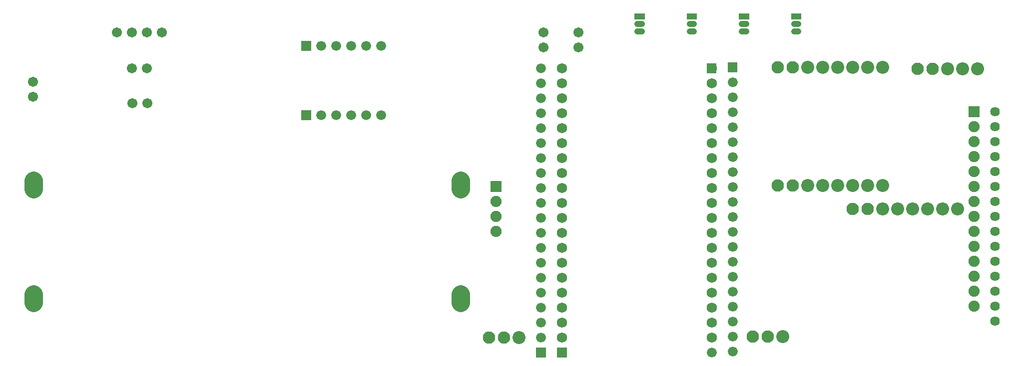
<source format=gbs>
G04 Layer: BottomSolderMaskLayer*
G04 EasyEDA v6.5.9, 2022-08-06 01:21:30*
G04 bc8d98b3e954460ba80fd4d649655d9a,c09117847ad249c1abd8b20aa127d3a4,10*
G04 Gerber Generator version 0.2*
G04 Scale: 100 percent, Rotated: No, Reflected: No *
G04 Dimensions in millimeters *
G04 leading zeros omitted , absolute positions ,4 integer and 5 decimal *
%FSLAX45Y45*%
%MOMM*%

%ADD10C,3.1000*%
%ADD11C,1.0016*%
%ADD12C,1.9016*%
%ADD13C,2.1016*%
%ADD14C,2.2032*%
%ADD15C,1.6764*%
%ADD16R,1.6764X1.6764*%
%ADD17C,1.7032*%
%ADD18C,1.6256*%
%ADD19C,1.7272*%
%ADD20C,0.0146*%

%LPD*%
D10*
X8596909Y3981396D02*
G01*
X8596909Y3841396D01*
X8596909Y2051403D02*
G01*
X8596909Y1911403D01*
X1359890Y3981396D02*
G01*
X1359890Y3841396D01*
X1359890Y2051403D02*
G01*
X1359890Y1911403D01*
X8596909Y1911403D02*
G01*
X8596909Y2051403D01*
X8596909Y3841396D02*
G01*
X8596909Y3981396D01*
X1359890Y1911403D02*
G01*
X1359890Y2051403D01*
X1359890Y3841396D02*
G01*
X1359890Y3981396D01*
D11*
X11668201Y6515100D02*
G01*
X11598201Y6515100D01*
X11668201Y6642100D02*
G01*
X11598201Y6642100D01*
X12552959Y6515100D02*
G01*
X12482956Y6515100D01*
X12552959Y6642100D02*
G01*
X12482956Y6642100D01*
X13437743Y6515100D02*
G01*
X13367743Y6515100D01*
X13437743Y6642100D02*
G01*
X13367743Y6642100D01*
X14322501Y6515100D02*
G01*
X14252501Y6515100D01*
X14322501Y6642100D02*
G01*
X14252501Y6642100D01*
D12*
G01*
X17300575Y1849373D03*
G01*
X17300575Y2103373D03*
G01*
X17300575Y2357373D03*
G01*
X17300575Y2611373D03*
G01*
X17300575Y2865373D03*
G01*
X17300575Y3119373D03*
G01*
X17300575Y3373373D03*
G01*
X17300575Y3627120D03*
G01*
X17300575Y3881120D03*
G01*
X17300575Y4135120D03*
G01*
X17300575Y4389120D03*
G01*
X17300575Y4643120D03*
G01*
X17300575Y4897120D03*
G36*
X17205198Y5055870D02*
G01*
X17205198Y5246115D01*
X17395443Y5246115D01*
X17395443Y5055870D01*
G37*
G01*
X9200261Y3119373D03*
G01*
X9200261Y3373373D03*
G01*
X9200261Y3627120D03*
G36*
X9105138Y3786123D02*
G01*
X9105138Y3976115D01*
X9295384Y3976115D01*
X9295384Y3786123D01*
G37*
D13*
G01*
X15240000Y3499993D03*
G01*
X15494000Y3499993D03*
D14*
G01*
X15748000Y3499993D03*
G01*
X16002000Y3499993D03*
G01*
X16256000Y3499993D03*
G01*
X16510000Y3499993D03*
G01*
X16764000Y3499993D03*
G01*
X17018000Y3499993D03*
D15*
G01*
X10312400Y5892800D03*
G01*
X10312400Y5638800D03*
G01*
X10312400Y5384800D03*
G01*
X10312400Y5130800D03*
G01*
X10312400Y4876800D03*
G01*
X10312400Y4622800D03*
G01*
X10312400Y4368800D03*
G01*
X10312400Y4114800D03*
G01*
X10312400Y3860800D03*
G01*
X10312400Y3606800D03*
G01*
X10312400Y3352800D03*
G01*
X10312400Y3098800D03*
G01*
X10312400Y2844800D03*
G01*
X10312400Y2590800D03*
G01*
X10312400Y2336800D03*
G01*
X10312400Y2082800D03*
G01*
X10312400Y1828800D03*
G01*
X10312400Y1574800D03*
G01*
X10312400Y1320800D03*
D16*
G01*
X10312400Y1066800D03*
D15*
G01*
X9956800Y5892800D03*
G01*
X9956800Y5638800D03*
G01*
X9956800Y5384800D03*
G01*
X9956800Y5130800D03*
G01*
X9956800Y4876800D03*
G01*
X9956800Y4622800D03*
G01*
X9956800Y4368800D03*
G01*
X9956800Y4114800D03*
G01*
X9956800Y3860800D03*
G01*
X9956800Y3606800D03*
G01*
X9956800Y3352800D03*
G01*
X9956800Y3098800D03*
G01*
X9956800Y2844800D03*
G01*
X9956800Y2590800D03*
G01*
X9956800Y2336800D03*
G01*
X9956800Y2082800D03*
G01*
X9956800Y1828800D03*
G01*
X9956800Y1574800D03*
G01*
X9956800Y1320800D03*
D16*
G01*
X9956800Y1066800D03*
D13*
G01*
X13550900Y1333500D03*
G01*
X13804900Y1333500D03*
D14*
G01*
X14058900Y1333500D03*
D13*
G01*
X9080500Y1320800D03*
G01*
X9334500Y1320800D03*
D14*
G01*
X9588500Y1320800D03*
D15*
G01*
X7251700Y6273800D03*
G01*
X6997700Y6273800D03*
G01*
X6743700Y6273800D03*
G01*
X6489700Y6273800D03*
G01*
X6235700Y6273800D03*
G36*
X5897879Y6189979D02*
G01*
X5897879Y6357620D01*
X6065520Y6357620D01*
X6065520Y6189979D01*
G37*
G01*
X7251700Y5092700D03*
G01*
X6997700Y5092700D03*
G01*
X6743700Y5092700D03*
G01*
X6489700Y5092700D03*
G01*
X6235700Y5092700D03*
G36*
X5897879Y5008879D02*
G01*
X5897879Y5176520D01*
X6065520Y5176520D01*
X6065520Y5008879D01*
G37*
D13*
G01*
X16344900Y5880100D03*
G01*
X16598900Y5880100D03*
D14*
G01*
X16852900Y5880100D03*
G01*
X17106900Y5880100D03*
G01*
X17360900Y5880100D03*
D13*
G01*
X13970000Y5905500D03*
G01*
X14224000Y5905500D03*
D14*
G01*
X14478000Y5905500D03*
G01*
X14732000Y5905500D03*
G01*
X14986000Y5905500D03*
G01*
X15240000Y5905500D03*
G01*
X15494000Y5905500D03*
G01*
X15748000Y5905500D03*
D13*
G01*
X13970000Y3898900D03*
G01*
X14224000Y3898900D03*
D14*
G01*
X14478000Y3898900D03*
G01*
X14732000Y3898900D03*
G01*
X14986000Y3898900D03*
G01*
X15240000Y3898900D03*
G01*
X15494000Y3898900D03*
G01*
X15748000Y3898900D03*
D17*
G01*
X1346200Y5410200D03*
G01*
X1346200Y5664200D03*
G01*
X3022600Y5892800D03*
G01*
X3276600Y5892800D03*
G01*
X3289300Y5295900D03*
G01*
X3035300Y5295900D03*
G01*
X9999979Y6245987D03*
G01*
X9999979Y6499987D03*
G01*
X10599978Y6499987D03*
G01*
X10599978Y6245987D03*
G01*
X2768600Y6502400D03*
G01*
X3022600Y6502400D03*
G01*
X3276600Y6502400D03*
G01*
X3530600Y6502400D03*
D18*
G01*
X17653000Y1600200D03*
G01*
X17653000Y1854200D03*
G01*
X17653000Y2108200D03*
G01*
X17653000Y2362200D03*
G01*
X17653000Y3378200D03*
G01*
X17653000Y3124200D03*
G01*
X17653000Y2870200D03*
G01*
X17653000Y2616200D03*
G01*
X17653000Y4648200D03*
G01*
X17653000Y4902200D03*
G01*
X17653000Y5156200D03*
G01*
X17653000Y4394200D03*
G01*
X17653000Y4140200D03*
G01*
X17653000Y3886200D03*
G01*
X17653000Y3632200D03*
D19*
G01*
X12852400Y1320800D03*
G01*
X12852400Y1574800D03*
G01*
X12852400Y1828800D03*
G01*
X12852400Y2082800D03*
G01*
X12852400Y2336800D03*
G01*
X12852400Y2590800D03*
G01*
X12852400Y2844800D03*
G01*
X12852400Y3098800D03*
G01*
X12852400Y3352800D03*
G01*
X12852400Y3606800D03*
G01*
X12852400Y3860800D03*
G01*
X12852400Y4114800D03*
G01*
X12852400Y4368800D03*
G01*
X12852400Y4622800D03*
G01*
X12852400Y4876800D03*
G01*
X12852400Y5130800D03*
G01*
X12852400Y5384800D03*
G01*
X12852400Y5638800D03*
G01*
X12852400Y5892800D03*
G01*
X10312400Y5892800D03*
G01*
X10312400Y5638800D03*
G01*
X10312400Y5384800D03*
G01*
X10312400Y5130800D03*
G01*
X10312400Y4876800D03*
G01*
X10312400Y4622800D03*
G01*
X10312400Y4368800D03*
G01*
X10312400Y4114800D03*
G01*
X10312400Y3860800D03*
G01*
X10312400Y3606800D03*
G01*
X10312400Y3352800D03*
G01*
X10312400Y3098800D03*
G01*
X10312400Y2844800D03*
G01*
X10312400Y2590800D03*
G01*
X10312400Y2336800D03*
G01*
X10312400Y2082800D03*
G01*
X10312400Y1828800D03*
G01*
X10312400Y1574800D03*
G01*
X10312400Y1320800D03*
G36*
X11548109Y6719062D02*
G01*
X11548109Y6819137D01*
X11718290Y6819137D01*
X11718290Y6719062D01*
G37*
G36*
X12432791Y6719062D02*
G01*
X12432791Y6819137D01*
X12602972Y6819137D01*
X12602972Y6719062D01*
G37*
G36*
X13317727Y6719062D02*
G01*
X13317727Y6819137D01*
X13487908Y6819137D01*
X13487908Y6719062D01*
G37*
G36*
X14202409Y6719062D02*
G01*
X14202409Y6819137D01*
X14372590Y6819137D01*
X14372590Y6719062D01*
G37*
D15*
G01*
X12852400Y1066800D03*
G01*
X12852400Y1320800D03*
G01*
X12852400Y1574800D03*
G01*
X12852400Y1828800D03*
G01*
X12852400Y2082800D03*
G01*
X12852400Y2336800D03*
G01*
X12852400Y2590800D03*
G01*
X12852400Y2844800D03*
G01*
X12852400Y3098800D03*
G01*
X12852400Y3352800D03*
G01*
X12852400Y3606800D03*
G01*
X12852400Y3860800D03*
G01*
X12852400Y4114800D03*
G01*
X12852400Y4368800D03*
G01*
X12852400Y4622800D03*
G01*
X12852400Y4876800D03*
G01*
X12852400Y5130800D03*
G01*
X12852400Y5384800D03*
G01*
X12852400Y5638800D03*
G36*
X12768579Y5808979D02*
G01*
X12768579Y5976620D01*
X12936220Y5976620D01*
X12936220Y5808979D01*
G37*
G01*
X13208000Y1079500D03*
G01*
X13208000Y1333500D03*
G01*
X13208000Y1587500D03*
G01*
X13208000Y1841500D03*
G01*
X13208000Y2095500D03*
G01*
X13208000Y2349500D03*
G01*
X13208000Y2603500D03*
G01*
X13208000Y2857500D03*
G01*
X13208000Y3111500D03*
G01*
X13208000Y3365500D03*
G01*
X13208000Y3619500D03*
G01*
X13208000Y3873500D03*
G01*
X13208000Y4127500D03*
G01*
X13208000Y4381500D03*
G01*
X13208000Y4635500D03*
G01*
X13208000Y4889500D03*
G01*
X13208000Y5143500D03*
G01*
X13208000Y5397500D03*
G01*
X13208000Y5651500D03*
G36*
X13124179Y5821679D02*
G01*
X13124179Y5989320D01*
X13291820Y5989320D01*
X13291820Y5821679D01*
G37*
M02*

</source>
